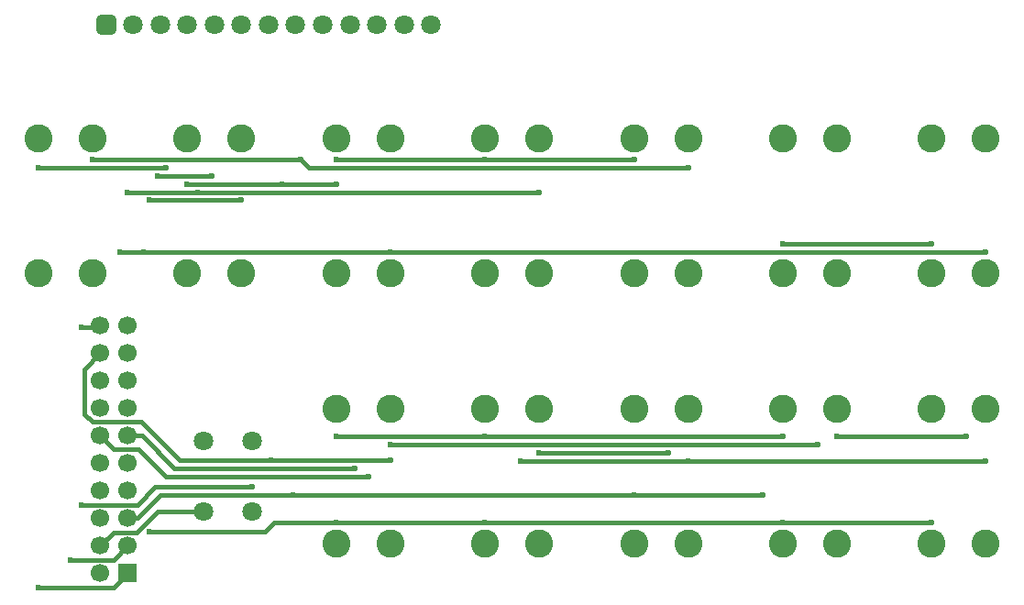
<source format=gbr>
%TF.GenerationSoftware,KiCad,Pcbnew,9.0.6*%
%TF.CreationDate,2026-01-11T11:54:49+09:00*%
%TF.ProjectId,MH01852029121Z2_MJ-HF_control,4d483031-3835-4323-9032-393132315a32,rev?*%
%TF.SameCoordinates,Original*%
%TF.FileFunction,Copper,L1,Top*%
%TF.FilePolarity,Positive*%
%FSLAX46Y46*%
G04 Gerber Fmt 4.6, Leading zero omitted, Abs format (unit mm)*
G04 Created by KiCad (PCBNEW 9.0.6) date 2026-01-11 11:54:49*
%MOMM*%
%LPD*%
G01*
G04 APERTURE LIST*
G04 Aperture macros list*
%AMRoundRect*
0 Rectangle with rounded corners*
0 $1 Rounding radius*
0 $2 $3 $4 $5 $6 $7 $8 $9 X,Y pos of 4 corners*
0 Add a 4 corners polygon primitive as box body*
4,1,4,$2,$3,$4,$5,$6,$7,$8,$9,$2,$3,0*
0 Add four circle primitives for the rounded corners*
1,1,$1+$1,$2,$3*
1,1,$1+$1,$4,$5*
1,1,$1+$1,$6,$7*
1,1,$1+$1,$8,$9*
0 Add four rect primitives between the rounded corners*
20,1,$1+$1,$2,$3,$4,$5,0*
20,1,$1+$1,$4,$5,$6,$7,0*
20,1,$1+$1,$6,$7,$8,$9,0*
20,1,$1+$1,$8,$9,$2,$3,0*%
G04 Aperture macros list end*
%TA.AperFunction,ComponentPad*%
%ADD10C,2.600000*%
%TD*%
%TA.AperFunction,ComponentPad*%
%ADD11RoundRect,0.354331X-0.545669X-0.545669X0.545669X-0.545669X0.545669X0.545669X-0.545669X0.545669X0*%
%TD*%
%TA.AperFunction,ComponentPad*%
%ADD12C,1.800000*%
%TD*%
%TA.AperFunction,ComponentPad*%
%ADD13R,1.700000X1.700000*%
%TD*%
%TA.AperFunction,ComponentPad*%
%ADD14C,1.700000*%
%TD*%
%TA.AperFunction,ViaPad*%
%ADD15C,0.600000*%
%TD*%
%TA.AperFunction,Conductor*%
%ADD16C,0.400000*%
%TD*%
G04 APERTURE END LIST*
D10*
%TO.P,SW11,1,1*%
%TO.N,/Pin8(B13)_B*%
X206250000Y-38750000D03*
X206250000Y-51250000D03*
%TO.P,SW11,2,2*%
%TO.N,/Pin6(B2)_B*%
X211250000Y-38750000D03*
X211250000Y-51250000D03*
%TD*%
%TO.P,SW23,1,1*%
%TO.N,/Pin11(B15)_B*%
X192500000Y-63750000D03*
X192500000Y-76250000D03*
%TO.P,SW23,2,2*%
%TO.N,/Pin3(B1)_B*%
X197500000Y-63750000D03*
X197500000Y-76250000D03*
%TD*%
%TO.P,SW26,1,1*%
%TO.N,/Pin11(B15)_B*%
X233750000Y-63750000D03*
X233750000Y-76250000D03*
%TO.P,SW26,2,2*%
%TO.N,/Pin2(A1)_B*%
X238750000Y-63750000D03*
X238750000Y-76250000D03*
%TD*%
%TO.P,SW27,1,1*%
%TO.N,/Pin11(B15)_B*%
X247500000Y-63750000D03*
X247500000Y-76250000D03*
%TO.P,SW27,2,2*%
%TO.N,/Pin6(B2)_B*%
X252500000Y-63750000D03*
X252500000Y-76250000D03*
%TD*%
D11*
%TO.P,J1,1,Pin_1*%
%TO.N,/Pin1(B16)_B*%
X171250000Y-28250000D03*
D12*
%TO.P,J1,2,Pin_2*%
%TO.N,/Pin2(A1)_B*%
X173750000Y-28250000D03*
%TO.P,J1,3,Pin_3*%
%TO.N,/Pin3(B1)_B*%
X176250000Y-28250000D03*
%TO.P,J1,4,Pin_4*%
%TO.N,/Pin4(B11)_B*%
X178750000Y-28250000D03*
%TO.P,J1,5,Pin_5*%
%TO.N,/Pin5(B12)_B*%
X181250000Y-28250000D03*
%TO.P,J1,6,Pin_6*%
%TO.N,/Pin6(B2)_B*%
X183750000Y-28250000D03*
%TO.P,J1,7,Pin_7*%
%TO.N,/Pin7(B3)_B*%
X186250000Y-28250000D03*
%TO.P,J1,8,Pin_8*%
%TO.N,/Pin8(B13)_B*%
X188750000Y-28250000D03*
%TO.P,J1,9,Pin_9*%
%TO.N,/Pin9(B14)_B*%
X191250000Y-28250000D03*
%TO.P,J1,10,Pin_10*%
%TO.N,/Pin10(A2)_B*%
X193750000Y-28250000D03*
%TO.P,J1,11,Pin_11*%
%TO.N,/Pin11(B15)_B*%
X196250000Y-28250000D03*
%TO.P,J1,12,Pin_12*%
%TO.N,/Pin12(A5)_B*%
X198750000Y-28250000D03*
%TO.P,J1,13,Pin_13*%
%TO.N,/Pin13(A17)_B*%
X201250000Y-28250000D03*
%TD*%
D10*
%TO.P,SW13,1,1*%
%TO.N,/Pin9(B14)_B*%
X233750000Y-38750000D03*
X233750000Y-51250000D03*
%TO.P,SW13,2,2*%
%TO.N,/Pin3(B1)_B*%
X238750000Y-38750000D03*
X238750000Y-51250000D03*
%TD*%
%TO.P,SW9,1,1*%
%TO.N,/Pin8(B13)_B*%
X178750000Y-38750000D03*
X178750000Y-51250000D03*
%TO.P,SW9,2,2*%
%TO.N,/Pin3(B1)_B*%
X183750000Y-38750000D03*
X183750000Y-51250000D03*
%TD*%
%TO.P,SW12,1,1*%
%TO.N,/Pin8(B13)_B*%
X220000000Y-38750000D03*
X220000000Y-51250000D03*
%TO.P,SW12,2,2*%
%TO.N,/Pin10(A2)_B*%
X225000000Y-38750000D03*
X225000000Y-51250000D03*
%TD*%
%TO.P,SW8,1,1*%
%TO.N,/Pin5(B12)_B*%
X165000000Y-38750000D03*
X165000000Y-51250000D03*
%TO.P,SW8,2,2*%
%TO.N,/Pin10(A2)_B*%
X170000000Y-38750000D03*
X170000000Y-51250000D03*
%TD*%
D12*
%TO.P,SW22,1,1*%
%TO.N,/Pin4(B11)_B*%
X180250000Y-66750000D03*
X180250000Y-73250000D03*
%TO.P,SW22,2,2*%
%TO.N,/Pin7(B3)_B*%
X184750000Y-66750000D03*
X184750000Y-73250000D03*
%TD*%
D10*
%TO.P,SW14,1,1*%
%TO.N,/Pin9(B14)_B*%
X247500000Y-38750000D03*
X247500000Y-51250000D03*
%TO.P,SW14,2,2*%
%TO.N,/Pin2(A1)_B*%
X252500000Y-38750000D03*
X252500000Y-51250000D03*
%TD*%
%TO.P,SW10,1,1*%
%TO.N,/Pin8(B13)_B*%
X192500000Y-38750000D03*
X192500000Y-51250000D03*
%TO.P,SW10,2,2*%
%TO.N,/Pin2(A1)_B*%
X197500000Y-38750000D03*
X197500000Y-51250000D03*
%TD*%
%TO.P,SW24,1,1*%
%TO.N,/Pin11(B15)_B*%
X206250000Y-63750000D03*
X206250000Y-76250000D03*
%TO.P,SW24,2,2*%
%TO.N,/Pin10(A2)_B*%
X211250000Y-63750000D03*
X211250000Y-76250000D03*
%TD*%
%TO.P,SW25,1,1*%
%TO.N,/Pin9(B14)_B*%
X220000000Y-63750000D03*
X220000000Y-76250000D03*
%TO.P,SW25,2,2*%
%TO.N,/Pin6(B2)_B*%
X225000000Y-63750000D03*
X225000000Y-76250000D03*
%TD*%
D13*
%TO.P,J3,1,Pin_1*%
%TO.N,/Pin5(B12)_B*%
X173250000Y-78950000D03*
D14*
%TO.P,J3,2,Pin_2*%
%TO.N,/Pin8(B13)_B*%
X170710000Y-78950000D03*
%TO.P,J3,3,Pin_3*%
%TO.N,/Pin1(B16)_B*%
X173250000Y-76410000D03*
%TO.P,J3,4,Pin_4*%
%TO.N,/Pin4(B11)_B*%
X170710000Y-76410000D03*
%TO.P,J3,5,Pin_5*%
%TO.N,/Pin9(B14)_B*%
X173250000Y-73870000D03*
%TO.P,J3,6,Pin_6*%
%TO.N,/Pin11(B15)_B*%
X170710000Y-73870000D03*
%TO.P,J3,7,Pin_7*%
%TO.N,unconnected-(J3-Pin_7-Pad7)*%
X173250000Y-71330000D03*
%TO.P,J3,8,Pin_8*%
%TO.N,unconnected-(J3-Pin_8-Pad8)*%
X170710000Y-71330000D03*
%TO.P,J3,9,Pin_9*%
%TO.N,unconnected-(J3-Pin_9-Pad9)*%
X173250000Y-68790000D03*
%TO.P,J3,10,Pin_10*%
%TO.N,unconnected-(J3-Pin_10-Pad10)*%
X170710000Y-68790000D03*
%TO.P,J3,11,Pin_11*%
%TO.N,/Pin12(A5)_B*%
X173250000Y-66250000D03*
%TO.P,J3,12,Pin_12*%
%TO.N,/Pin13(A17)_B*%
X170710000Y-66250000D03*
%TO.P,J3,13,Pin_13*%
%TO.N,unconnected-(J3-Pin_13-Pad13)*%
X173250000Y-63710000D03*
%TO.P,J3,14,Pin_14*%
%TO.N,unconnected-(J3-Pin_14-Pad14)*%
X170710000Y-63710000D03*
%TO.P,J3,15,Pin_15*%
%TO.N,unconnected-(J3-Pin_15-Pad15)*%
X173250000Y-61170000D03*
%TO.P,J3,16,Pin_16*%
%TO.N,/Pin2(A1)_B*%
X170710000Y-61170000D03*
%TO.P,J3,17,Pin_17*%
%TO.N,/Pin10(A2)_B*%
X173250000Y-58630000D03*
%TO.P,J3,18,Pin_18*%
%TO.N,/Pin3(B1)_B*%
X170710000Y-58630000D03*
%TO.P,J3,19,Pin_19*%
%TO.N,/Pin6(B2)_B*%
X173250000Y-56090000D03*
%TO.P,J3,20,Pin_20*%
%TO.N,/Pin7(B3)_B*%
X170710000Y-56090000D03*
%TD*%
D15*
%TO.N,/Pin2(A1)_B*%
X172500000Y-49250000D03*
X174750000Y-49250000D03*
X197500000Y-49250000D03*
X238750000Y-66294000D03*
X252500000Y-49250000D03*
X250698000Y-66294000D03*
%TO.N,/Pin13(A17)_B*%
X195500000Y-70000000D03*
%TO.N,/Pin7(B3)_B*%
X169000000Y-56250000D03*
X169000000Y-72619000D03*
X184750000Y-71000000D03*
%TO.N,/Pin5(B12)_B*%
X176750000Y-41500000D03*
X165000000Y-41500000D03*
X165000000Y-80250000D03*
%TO.N,/Pin10(A2)_B*%
X170000000Y-40750000D03*
X211250000Y-67818000D03*
X223139000Y-67818000D03*
X225000000Y-41500000D03*
X189250000Y-40750000D03*
%TO.N,/Pin1(B16)_B*%
X168000000Y-77699000D03*
%TO.N,/Pin8(B13)_B*%
X192500000Y-43000000D03*
X192500000Y-40750000D03*
X178750000Y-43000000D03*
X220000000Y-40750000D03*
X187500000Y-43000000D03*
X206250000Y-40750000D03*
%TO.N,/Pin11(B15)_B*%
X175250000Y-75121000D03*
X192500000Y-74250000D03*
X233750000Y-66294000D03*
X233750000Y-74250000D03*
X206250000Y-66294000D03*
X206250000Y-74250000D03*
X247500000Y-74250000D03*
X192500000Y-66294000D03*
%TO.N,/Pin6(B2)_B*%
X252500000Y-68580000D03*
X179750000Y-43750000D03*
X225000000Y-68580000D03*
X211250000Y-43750000D03*
X209500000Y-68580000D03*
X173250000Y-43750000D03*
%TO.N,/Pin9(B14)_B*%
X247500000Y-48500000D03*
X233750000Y-48500000D03*
X220000000Y-71750000D03*
X231902000Y-71755000D03*
X188500000Y-71750000D03*
%TO.N,/Pin12(A5)_B*%
X194250000Y-69250000D03*
%TO.N,/Pin3(B1)_B*%
X197500000Y-68500000D03*
X197500000Y-67056000D03*
X236982000Y-67056000D03*
X183750000Y-44500000D03*
X175250000Y-44500000D03*
X186500000Y-68500000D03*
%TO.N,/Pin4(B11)_B*%
X181000000Y-42250000D03*
X176000000Y-42250000D03*
%TD*%
D16*
%TO.N,/Pin2(A1)_B*%
X174750000Y-49250000D02*
X172500000Y-49250000D01*
X174750000Y-49250000D02*
X197500000Y-49250000D01*
X250698000Y-66294000D02*
X238750000Y-66294000D01*
X252500000Y-49250000D02*
X197500000Y-49250000D01*
%TO.N,/Pin13(A17)_B*%
X171960000Y-67500000D02*
X170710000Y-66250000D01*
X195500000Y-70000000D02*
X176750000Y-70000000D01*
X174250000Y-67500000D02*
X171960000Y-67500000D01*
X176750000Y-70000000D02*
X174250000Y-67500000D01*
%TO.N,/Pin7(B3)_B*%
X174131000Y-72619000D02*
X175750000Y-71000000D01*
X170175000Y-56250000D02*
X170335000Y-56090000D01*
X175750000Y-71000000D02*
X184750000Y-71000000D01*
X169000000Y-72619000D02*
X174131000Y-72619000D01*
X169000000Y-56250000D02*
X170175000Y-56250000D01*
X170335000Y-56090000D02*
X170710000Y-56090000D01*
%TO.N,/Pin5(B12)_B*%
X171950000Y-80250000D02*
X173250000Y-78950000D01*
X165000000Y-41500000D02*
X176750000Y-41500000D01*
X165000000Y-80250000D02*
X171950000Y-80250000D01*
%TO.N,/Pin10(A2)_B*%
X223139000Y-67818000D02*
X211250000Y-67818000D01*
X170000000Y-40750000D02*
X189250000Y-40750000D01*
X225000000Y-41500000D02*
X190000000Y-41500000D01*
X190000000Y-41500000D02*
X189250000Y-40750000D01*
%TO.N,/Pin1(B16)_B*%
X171961000Y-77699000D02*
X173250000Y-76410000D01*
X168000000Y-77699000D02*
X171961000Y-77699000D01*
%TO.N,/Pin8(B13)_B*%
X185000000Y-43000000D02*
X187500000Y-43000000D01*
X206250000Y-40750000D02*
X220000000Y-40750000D01*
X178750000Y-43000000D02*
X185000000Y-43000000D01*
X187500000Y-43000000D02*
X192500000Y-43000000D01*
X192500000Y-40750000D02*
X206250000Y-40750000D01*
%TO.N,/Pin11(B15)_B*%
X175250000Y-75121000D02*
X185879000Y-75121000D01*
X206250000Y-74250000D02*
X233750000Y-74250000D01*
X233750000Y-74250000D02*
X247500000Y-74250000D01*
X192500000Y-74250000D02*
X206250000Y-74250000D01*
X186750000Y-74250000D02*
X192500000Y-74250000D01*
X185879000Y-75121000D02*
X186750000Y-74250000D01*
X192500000Y-66294000D02*
X206250000Y-66294000D01*
X206250000Y-66294000D02*
X233750000Y-66294000D01*
%TO.N,/Pin6(B2)_B*%
X225000000Y-68580000D02*
X209500000Y-68580000D01*
X179750000Y-43750000D02*
X211250000Y-43750000D01*
X173250000Y-43750000D02*
X179750000Y-43750000D01*
X225000000Y-68580000D02*
X252500000Y-68580000D01*
%TO.N,/Pin9(B14)_B*%
X247500000Y-48500000D02*
X233750000Y-48500000D01*
X174130000Y-73870000D02*
X173250000Y-73870000D01*
X188500000Y-71750000D02*
X220000000Y-71750000D01*
X220000000Y-71750000D02*
X231897000Y-71750000D01*
X188500000Y-71750000D02*
X176250000Y-71750000D01*
X176250000Y-71750000D02*
X174130000Y-73870000D01*
X231897000Y-71750000D02*
X231902000Y-71755000D01*
%TO.N,/Pin12(A5)_B*%
X177531250Y-69250000D02*
X174531250Y-66250000D01*
X174531250Y-66250000D02*
X173250000Y-66250000D01*
X194250000Y-69250000D02*
X177531250Y-69250000D01*
%TO.N,/Pin3(B1)_B*%
X183750000Y-44500000D02*
X175250000Y-44500000D01*
X186500000Y-68500000D02*
X178000000Y-68500000D01*
X169961000Y-64961000D02*
X169250000Y-64250000D01*
X178000000Y-68500000D02*
X174461000Y-64961000D01*
X169250000Y-60090000D02*
X170710000Y-58630000D01*
X174461000Y-64961000D02*
X169961000Y-64961000D01*
X197500000Y-67056000D02*
X236982000Y-67056000D01*
X197500000Y-68500000D02*
X186500000Y-68500000D01*
X169250000Y-64250000D02*
X169250000Y-60090000D01*
%TO.N,/Pin4(B11)_B*%
X171961000Y-75159000D02*
X174091000Y-75159000D01*
X181000000Y-42250000D02*
X176000000Y-42250000D01*
X174091000Y-75159000D02*
X176000000Y-73250000D01*
X176000000Y-73250000D02*
X180250000Y-73250000D01*
X170710000Y-76410000D02*
X171961000Y-75159000D01*
%TD*%
M02*

</source>
